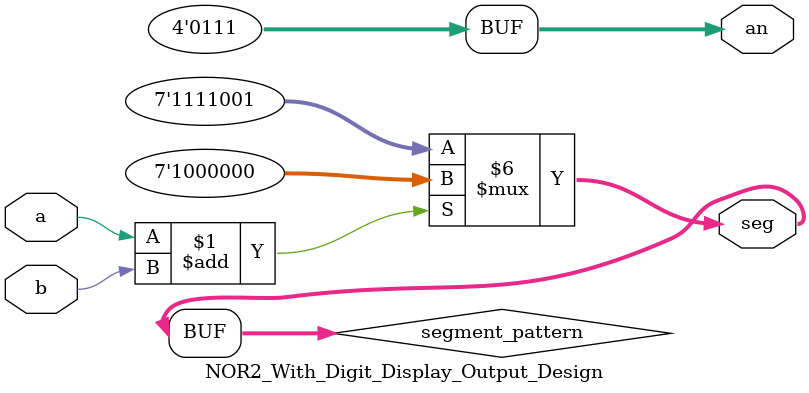
<source format=v>
`timescale 1ns / 1ps


module NOR2_With_Digit_Display_Output_Design(
    input a,
    input b,
    output [6:0] seg,
    output [3:0] an
    );
//NOR2 LOGIC
wire y;
assign y = ~(a+b);   
// 7 segment display module
reg [6:0] segment_pattern;  // the signal pattern will have 7 bits
always @(*) begin
    if(y == 1'b0) begin
        segment_pattern = 7'b1000000; // Display "0"
     end else begin
        segment_pattern = 7'b1111001; // Display "1"
    end
end

// connect the pattern to the output
assign seg = segment_pattern;
// enable the last 7 segment display only (leftmost)
assign an = 4'b0111;
    
    
endmodule

</source>
